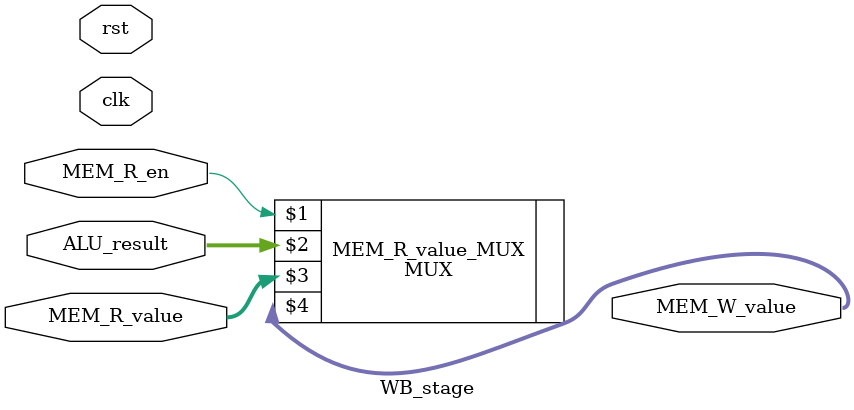
<source format=v>
module WB_stage (
    input clk,    // Clock
    input rst,  // Asynchronous reset active high
    input [31:0] ALU_result,
    input [31:0] MEM_R_value,
    // input [4:0] Dest_in,
    input MEM_R_en,
    //       WB_en_in,
    // output WB_en,
    output [31:0] MEM_W_value
    // output [4:0] Dest
);
    MUX #(32) MEM_R_value_MUX(MEM_R_en, ALU_result, MEM_R_value, MEM_W_value);
endmodule
</source>
